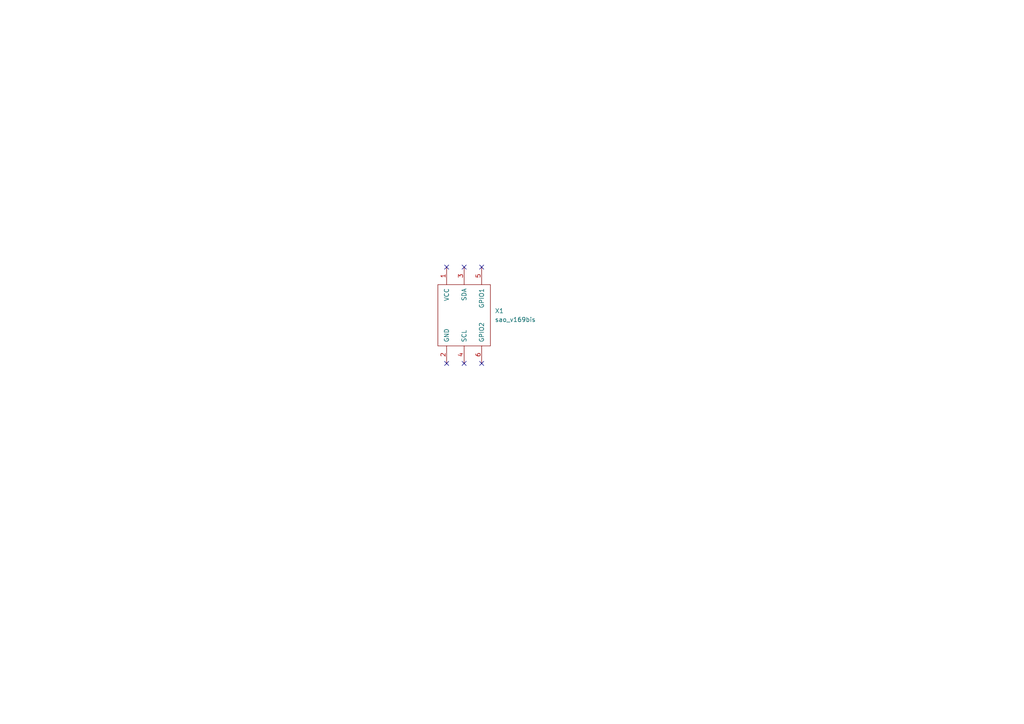
<source format=kicad_sch>
(kicad_sch (version 20211123) (generator eeschema)
  (paper "A4")
  (lib_symbols
    (symbol "BadgePiratesSymbols:Badgelife_sao_connector_v169bis" (pin_names (offset 1.016))
      (property "Reference" "X" (at 0 0 0))
      (property "Value" "Badgelife_sao_connector_v169bis" (at 0 20.32 0))
      (symbol "Badgelife_sao_connector_v169bis_0_1"
        (rectangle (start -7.62 8.89) (end 7.62 -8.89))
      )
      (symbol "Badgelife_sao_connector_v169bis_1_1"
        (pin input line (at -5.08 13.97 270) (length 5.08) (name "VCC") (number "1"))
        (pin input line (at -5.08 -13.97 90) (length 5.08) (name "GND") (number "2"))
        (pin input line (at 0 13.97 270) (length 5.08) (name "SDA") (number "3"))
        (pin input line (at 0 -13.97 90) (length 5.08) (name "SCL") (number "4"))
        (pin input line (at 5.08 13.97 270) (length 5.08) (name "GPIO1") (number "5"))
        (pin input line (at 5.08 -13.97 90) (length 5.08) (name "GPIO2") (number "6"))
      )
    )
  )
  (no_connect (at 129.54 105.41))
  (no_connect (at 129.54 77.47))
  (no_connect (at 134.62 77.47))
  (no_connect (at 139.7 77.47))
  (no_connect (at 139.7 105.41))
  (no_connect (at 134.62 105.41))
  (symbol (lib_id "BadgePiratesSymbols:Badgelife_sao_connector_v169bis") (at 134.62 91.44 0) (unit 1)
    (property "Reference" "X1" (at 143.51 90.1699 0) (effects (justify left)))
    (property "Value" "sao_v169bis" (at 143.51 92.7099 0) (effects (justify left)))
    (property "Footprint" "BadgePirates:Badgelife-SAOv169-SAO_Side_B.SLK" (effects hide))
  )
)
</source>
